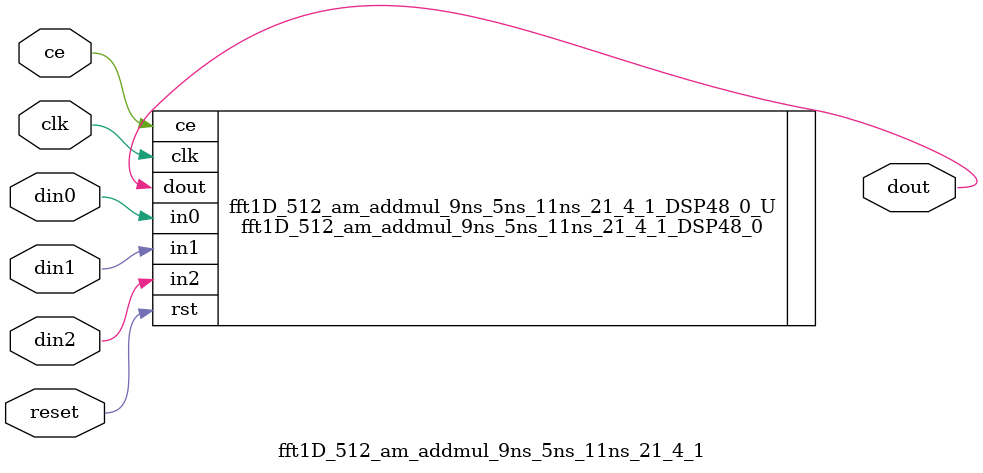
<source format=v>

module fft1D_512_am_addmul_9ns_5ns_11ns_21_4_1(clk,reset,ce,din0,din1,din2,dout);  
parameter ID = 32'd1;
parameter NUM_STAGE = 32'd1;
parameter din0_WIDTH = 32'd1;
parameter din1_WIDTH = 32'd1;
parameter din2_WIDTH = 32'd1;
parameter dout_WIDTH = 32'd1;
input clk;
input reset;
input ce;
input[din0_WIDTH - 1:0] din0;
input[din1_WIDTH - 1:0] din1;
input[din2_WIDTH - 1:0] din2;
output[dout_WIDTH - 1:0] dout;
fft1D_512_am_addmul_9ns_5ns_11ns_21_4_1_DSP48_0 fft1D_512_am_addmul_9ns_5ns_11ns_21_4_1_DSP48_0_U(.clk( clk ),.rst( reset ),.ce( ce ),.in0( din0 ),.in1( din1 ),.in2( din2 ),.dout( dout ));
endmodule

</source>
